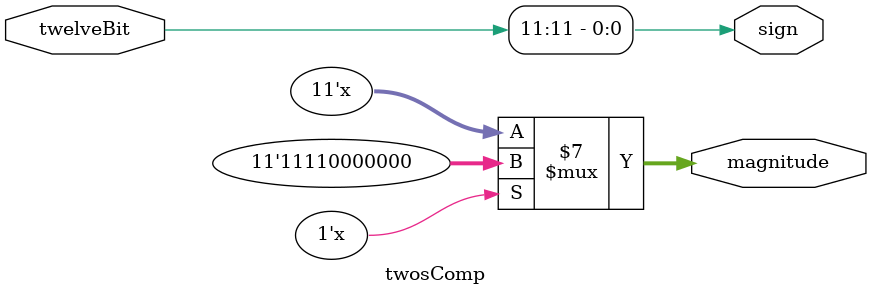
<source format=v>
`timescale 1ns / 1ps


module twosComp(
    input [11:0] twelveBit,
    output reg sign,      
    output reg [10:0] magnitude
);

reg [11:0] tBit;

always @(*) begin
    sign = twelveBit[11];
    if (sign == 1'b1) begin
        // use two's complement: invert all bits then add 1
        tBit <= ~twelveBit + 1'b1;
    end
    else begin
        // if positive, stays the same
        tBit <= twelveBit;
    end
    // edge case
    if (tBit >= 1920) begin
        magnitude <= 1920;
    end
    else begin
        magnitude <= tBit[10:0];
    end
    
end

endmodule


</source>
